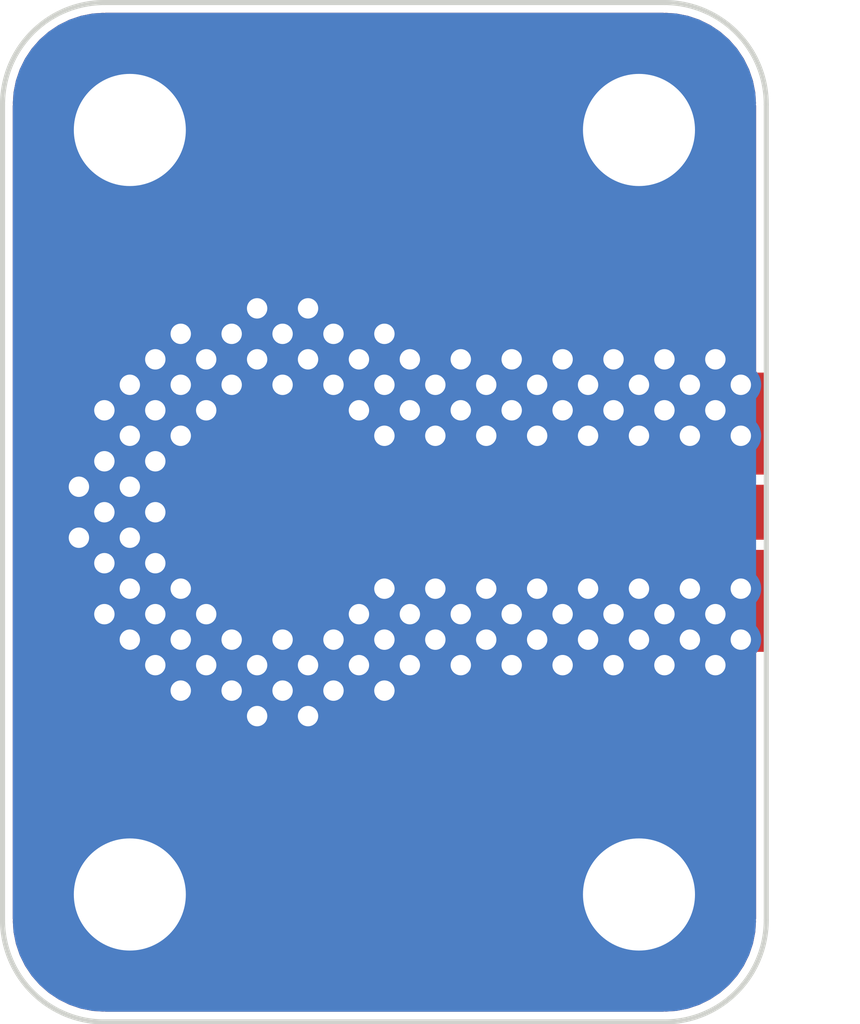
<source format=kicad_pcb>
(kicad_pcb (version 20211014) (generator pcbnew)
  (layers (0 "F.Cu" signal "Górna sygnałowa") (31 "B.Cu" signal "Dolna sygnałowa") (34 "B.Paste" user "Dolna pasty") (35 "F.Paste" user "Górna pasty") (36 "B.SilkS" user "Dolna opisowa") (37 "F.SilkS" user "Górna opisowa") (38 "B.Mask" user "Dolna sodermaski") (39 "F.Mask" user "Górna soldermaski") (44 "Edge.Cuts" user "Krawędziowa"))
  (net 0 "")
  (net 1 "GND")
  (net 2 "Net-(J1-Pad1)")
  (footprint "LOGO" (layer "F.Cu") (at 134.5 70)
    (fp_text reference "G***" hide)
    (fp_text value "LOGO" hide)
    (fp_poly (pts (xy 2.048983 -2.862565) (xy 2.066473 -2.853293) (xy 2.073503 -2.833912) (xy 2.07032 -2.80121) (xy 2.057169 -2.751973) (xy 2.034626 -2.683947) (xy 2.01496 -2.627892) (xy 1.997923 -2.58087) (xy 1.985257 -2.547578) (xy 1.978702 -2.532718) (xy 1.978505 -2.532477) (xy 1.985289 -2.523797) (xy 2.008581 -2.50653) (xy 2.043354 -2.484399) (xy 2.043685 -2.484201) (xy 2.119165 -2.431771) (xy 2.176569 -2.376829) (xy 2.214749 -2.321478) (xy 2.232557 -2.267818) (xy 2.228846 -2.217953) (xy 2.208983 -2.181421) (xy 2.185545 -2.152476) (xy 2.253433 -2.111581) (xy 2.301659 -2.080299) (xy 2.351482 -2.044572) (xy 2.377115 -2.02443) (xy 2.408385 -1.997212) (xy 2.424089 -1.977189) (xy 2.428248 -1.956338) (xy 2.425187 -1.928565) (xy 2.419157 -1.880859) (xy 2.415014 -1.832495) (xy 2.41486 -1.829732) (xy 2.408443 -1.792111) (xy 2.391939 -1.770923) (xy 2.385142 -1.766971) (xy 2.357212 -1.747165) (xy 2.333532 -1.723177) (xy 2.321457 -1.710233) (xy 2.306748 -1.701308) (xy 2.284526 -1.695373) (xy 2.249913 -1.691397) (xy 2.198027 -1.688349) (xy 2.160954 -1.686719) (xy 2.089353 -1.682397) (xy 2.035454 -1.676338) (xy 2.002094 -1.668915) (xy 1.994013 -1.664816) (xy 1.97958 -1.642616) (xy 1.968714 -1.608567) (xy 1.967661 -1.602805) (xy 1.958828 -1.5715) (xy 1.941324 -1.525814) (xy 1.918152 -1.47325) (xy 1.904454 -1.444873) (xy 1.883847 -1.40225) (xy 1.867793 -1.364482) (xy 1.854826 -1.326239) (xy 1.843479 -1.282194) (xy 1.832287 -1.227017) (xy 1.819782 -1.15538) (xy 1.812299 -1.11001) (xy 1.798626 -1.019596) (xy 1.785306 -0.919679) (xy 1.773533 -0.820026) (xy 1.764499 -0.730406) (xy 1.76154 -0.694532) (xy 1.744458 -0.515064) (xy 1.721201 -0.355936) (xy 1.69109 -0.213301) (xy 1.653933 -0.084775) (xy 1.619233 0.008557) (xy 1.579816 0.089949) (xy 1.531473 0.166239) (xy 1.469997 0.244263) (xy 1.411002 0.30989) (xy 1.293005 0.45041) (xy 1.192761 0.602053) (xy 1.117818 0.745544) (xy 1.084 0.813616) (xy 1.053544 0.864591) (xy 1.022177 0.904969) (xy 0.994341 0.933276) (xy 0.961129 0.962697) (xy 0.934053 0.983815) (xy 0.918831 0.99218) (xy 0.918623 0.992187) (xy 0.904288 1.000024) (xy 0.890448 1.024687) (xy 0.876613 1.067901) (xy 0.862291 1.131393) (xy 0.846992 1.21689) (xy 0.837379 1.277894) (xy 0.819656 1.389529) (xy 0.802573 1.484193) (xy 0.784372 1.569602) (xy 0.763293 1.653474) (xy 0.73758 1.743526) (xy 0.713093 1.823278) (xy 0.688507 1.906831) (xy 0.672034 1.978473) (xy 0.663316 2.044883) (xy 0.661994 2.112742) (xy 0.66771 2.188728) (xy 0.680105 2.279521) (xy 0.686483 2.319238) (xy 0.69835 2.393059) (xy 0.709432 2.465411) (xy 0.718727 2.52951) (xy 0.725234 2.578572) (xy 0.726791 2.59209) (xy 0.735591 2.646104) (xy 0.751763 2.69071) (xy 0.780132 2.738801) (xy 0.783636 2.744018) (xy 0.831881 2.815332) (xy 0.469318 2.815332) (xy 0.477699 2.775024) (xy 0.488079 2.739306) (xy 0.500592 2.711884) (xy 0.506425 2.695629) (xy 0.503571 2.673531) (xy 0.490624 2.639765) (xy 0.475343 2.607174) (xy 0.451334 2.552338) (xy 0.430892 2.49252) (xy 0.412691 2.422682) (xy 0.395405 2.337789) (xy 0.379083 2.241499) (xy 0.366988 2.178939) (xy 0.349142 2.103484) (xy 0.328158 2.025587) (xy 0.310901 1.968647) (xy 0.287294 1.893226) (xy 0.269065 1.828083) (xy 0.255108 1.767061) (xy 0.244317 1.704005) (xy 0.235586 1.632758) (xy 0.227809 1.547164) (xy 0.222374 1.475879) (xy 0.216044 1.352073) (xy 0.215081 1.233563) (xy 0.219371 1.126298) (xy 0.228798 1.036226) (xy 0.231216 1.021223) (xy 0.237981 0.982046) (xy 0.015676 0.988913) (xy -0.129306 0.990737) (xy -0.255443 0.986229) (xy -0.367999 0.974887) (xy -0.472238 0.956211) (xy -0.557689 0.934353) (xy -0.685469 0.887707) (xy -0.792681 0.827643) (xy -0.879852 0.753786) (xy -0.947511 0.665762) (xy -0.954834 0.653375) (xy -0.989073 0.593616) (xy -0.997796 0.628369) (xy -1.021635 0.697004) (xy -1.058531 0.772732) (xy -1.103164 0.845988) (xy -1.15021 0.90721) (xy -1.157197 0.914817) (xy -1.198007 0.959259) (xy -1.225381 0.994404) (xy -1.243579 1.028335) (xy -1.256861 1.069138) (xy -1.269487 1.124897) (xy -1.270518 1.129871) (xy -1.293507 1.21705) (xy -1.326122 1.296687) (xy -1.371331 1.373894) (xy -1.432103 1.45378) (xy -1.506771 1.536617) (xy -1.559468 1.592762) (xy -1.597345 1.635946) (xy -1.623502 1.670355) (xy -1.641038 1.70018) (xy -1.653054 1.729607) (xy -1.655689 1.737815) (xy -1.672332 1.812698) (xy -1.682085 1.90083) (xy -1.684292 1.991447) (xy -1.678293 2.073788) (xy -1.676833 2.083593) (xy -1.654051 2.222991) (xy -1.633883 2.339479) (xy -1.615933 2.434771) (xy -1.599807 2.51058) (xy -1.585107 2.568617) (xy -1.57144 2.610596) (xy -1.558409 2.638229) (xy -1.545619 2.653229) (xy -1.545208 2.65352) (xy -1.508603 2.683848) (xy -1.475565 2.719415) (xy -1.452866 2.752465) (xy -1.447567 2.765393) (xy -1.445942 2.77681) (xy -1.451113 2.784118) (xy -1.467339 2.788229) (xy -1.49888 2.790059) (xy -1.549996 2.790519) (xy -1.564791 2.790527) (xy -1.688589 2.790527) (xy -1.685736 2.756421) (xy -1.688232 2.734561) (xy -1.701468 2.709668) (xy -1.728559 2.676955) (xy -1.756387 2.6479) (xy -1.807773 2.588998) (xy -1.854539 2.519928) (xy -1.898456 2.437267) (xy -1.941295 2.337595) (xy -1.984828 2.21749) (xy -1.995077 2.186759) (xy -2.036859 2.052764) (xy -2.067198 1.936645) (xy -2.086033 1.834241) (xy -2.093306 1.741389) (xy -2.088956 1.653926) (xy -2.072923 1.567692) (xy -2.045147 1.478524) (xy -2.00557 1.38226) (xy -1.982813 1.333252) (xy -1.964427 1.293298) (xy -1.9525 1.260886) (xy -1.945675 1.228602) (xy -1.942596 1.189034) (xy -1.941908 1.13477) (xy -1.941986 1.110009) (xy -1.951474 0.97662) (xy -1.978574 0.827354) (xy -2.023006 0.663515) (xy -2.064759 0.539502) (xy -2.086515 0.474467) (xy -2.106941 0.404948) (xy -2.122854 0.342116) (xy -2.127819 0.318331) (xy -2.143056 0.250082) (xy -2.15958 0.198304) (xy -2.17632 0.164656) (xy -2.192203 0.150796) (xy -2.206159 0.158384) (xy -2.215592 0.182482) (xy -2.221318 0.20244) (xy -2.22659 0.204268) (xy -2.234888 0.18591) (xy -2.241815 0.166979) (xy -2.254893 0.10903) (xy -2.25968 0.037013) (xy -2.256407 -0.039843) (xy -2.245307 -0.112311) (xy -2.233759 -0.153388) (xy -2.177035 -0.276866) (xy -2.099053 -0.389555) (xy -2.001289 -0.490589) (xy -1.885217 -0.579102) (xy -1.752312 -0.654228) (xy -1.604051 -0.715103) (xy -1.441906 -0.760859) (xy -1.267355 -0.790632) (xy -1.128614 -0.801977) (xy -1.023257 -0.804422) (xy -0.922352 -0.80135) (xy -0.820002 -0.792107) (xy -0.710313 -0.77604) (xy -0.587388 -0.752495) (xy -0.490026 -0.731149) (xy -0.374692 -0.705301) (xy -0.27895 -0.685072) (xy -0.198382 -0.669854) (xy -0.128571 -0.65904) (xy -0.065096 -0.652022) (xy -0.003542 -0.64819) (xy 0.060511 -0.646938) (xy 0.118374 -0.647416) (xy 0.185716 -0.648207) (xy 0.238854 -0.647399) (xy 0.28483 -0.644126) (xy 0.330687 -0.637522) (xy 0.383469 -0.62672) (xy 0.450217 -0.610854) (xy 0.484403 -0.6024) (xy 0.570839 -0.581838) (xy 0.637639 -0.568673) (xy 0.688847 -0.562921) (xy 0.728509 -0.564594) (xy 0.760669 -0.57371) (xy 0.789372 -0.590281) (xy 0.806331 -0.603568) (xy 0.831601 -0.628095) (xy 0.853018 -0.657553) (xy 0.872123 -0.695704) (xy 0.890455 -0.746313) (xy 0.909556 -0.813145) (xy 0.930967 -0.899963) (xy 0.935367 -0.918787) (xy 0.956442 -1.00484) (xy 0.981837 -1.101405) (xy 1.008531 -1.197346) (xy 1.033499 -1.281527) (xy 1.036311 -1.29055) (xy 1.054945 -1.351285) (xy 1.069737 -1.403874) (xy 1.081647 -1.453504) (xy 1.091634 -1.505356) (xy 1.100657 -1.564617) (xy 1.109676 -1.636469) (xy 1.119649 -1.726098) (xy 1.123385 -1.761133) (xy 1.136703 -1.883715) (xy 1.148553 -1.984635) (xy 1.159505 -2.066951) (xy 1.170125 -2.133722) (xy 1.180981 -2.188007) (xy 1.192643 -2.232865) (xy 1.205677 -2.271354) (xy 1.220651 -2.306533) (xy 1.227185 -2.320107) (xy 1.252076 -2.367151) (xy 1.277417 -2.40575) (xy 1.307496 -2.440285) (xy 1.346599 -2.475138) (xy 1.399012 -2.51469) (xy 1.457275 -2.555308) (xy 1.516903 -2.598461) (xy 1.578903 -2.647263) (xy 1.634573 -2.694685) (xy 1.664539 -2.722722) (xy 1.702207 -2.757997) (xy 1.734668 -2.784568) (xy 1.757254 -2.798797) (xy 1.763758 -2.80005) (xy 1.780048 -2.782505) (xy 1.781983 -2.74652) (xy 1.769588 -2.693865) (xy 1.762002 -2.672184) (xy 1.748222 -2.63403) (xy 1.738903 -2.605695) (xy 1.736328 -2.595149) (xy 1.743925 -2.597447) (xy 1.764266 -2.614577) (xy 1.793674 -2.64278) (xy 1.828473 -2.678296) (xy 1.864988 -2.717367) (xy 1.899541 -2.756231) (xy 1.928456 -2.79113) (xy 1.930408 -2.793628) (xy 1.963047 -2.832927) (xy 1.987876 -2.855073) (xy 2.009995 -2.864092) (xy 2.020788 -2.864942)) (layer "F.Cu") (width 0) (fill solid))
  )
  (footprint "modular-rf-bench-footprints:edge-connector" (layer "F.Cu") (at 141.5 63.5)
    (fp_text reference "J2" hide)
    (fp_text value "EDGE CONN" hide)
    (pad "1" smd rect (at -1.5 0) (size 3 1.07801) (layers "F.Cu") (net 2 "Net-(J1-Pad1)"))
    (pad "2" smd rect (at -1.5 -1.739005) (size 3 2) (layers "F.Cu") (net 1 "GND"))
    (pad "2" smd rect (at -1.5 1.739005) (size 3 2) (layers "F.Cu") (net 1 "GND"))
  )
  (footprint "modular-rf-bench-footprints:M2-hole" (layer "F.Cu") (at 129 56)
    (fp_text reference "H3" hide)
    (fp_text value "M2" hide)
    (pad "1" thru_hole circle (at 0 0) (size 3.4 3.4) (drill 2.2) (layers *.Cu *.Mask) (net 1 "GND"))
  )
  (footprint "Connector_Coaxial:SMA_Amphenol_132134-10_Vertical" (layer "F.Cu") (at 132 63.5)
    (fp_text reference "J1" hide)
    (fp_text value "SMA" hide)
    (pad "1" smd circle (at 0 0 90) (size 1.73 1.73) (layers "F.Cu" "F.Paste" "F.Mask") (net 2 "Net-(J1-Pad1)"))
    (pad "2" smd custom (at 0 -2.8 180) (size 7.11 1.51) (layers "F.Cu" "F.Paste" "F.Mask") (net 1 "GND") (options (clearance outline) (anchor rect)) (primitives (gr_poly (pts (xy -1.5 -1.42) (xy -1.36 -1.28) (xy -1.205 -1.155) (xy -1.035 -1.045) (xy -0.86 -0.95) (xy -0.675 -0.875) (xy -0.48 -0.82) (xy -0.28 -0.78) (xy -0.085 -0.765) (xy 0 -0.765) (xy 0 0.755) (xy -3.555 0.755) (xy -3.555 -1.595) (xy -1.645 -1.595)) (width 0) (fill yes)) (gr_poly (pts (xy 3.555 0.755) (xy 0 0.755) (xy 0 -0.765) (xy 0.085 -0.765) (xy 0.28 -0.78) (xy 0.48 -0.82) (xy 0.675 -0.875) (xy 0.86 -0.95) (xy 1.035 -1.045) (xy 1.205 -1.155) (xy 1.36 -1.28) (xy 1.5 -1.42) (xy 1.645 -1.595) (xy 3.555 -1.595)) (width 0) (fill yes))))
    (pad "2" smd custom (at 0 2.8) (size 7.11 1.51) (layers "F.Cu" "F.Paste" "F.Mask") (net 1 "GND") (options (clearance outline) (anchor rect)) (primitives (gr_poly (pts (xy -1.5 -1.42) (xy -1.36 -1.28) (xy -1.205 -1.155) (xy -1.035 -1.045) (xy -0.86 -0.95) (xy -0.675 -0.875) (xy -0.48 -0.82) (xy -0.28 -0.78) (xy -0.085 -0.765) (xy 0 -0.765) (xy 0 0.755) (xy -3.555 0.755) (xy -3.555 -1.595) (xy -1.645 -1.595)) (width 0) (fill yes)) (gr_poly (pts (xy 3.555 0.755) (xy 0 0.755) (xy 0 -0.765) (xy 0.085 -0.765) (xy 0.28 -0.78) (xy 0.48 -0.82) (xy 0.675 -0.875) (xy 0.86 -0.95) (xy 1.035 -1.045) (xy 1.205 -1.155) (xy 1.36 -1.28) (xy 1.5 -1.42) (xy 1.645 -1.595) (xy 3.555 -1.595)) (width 0) (fill yes))))
  )
  (footprint "modular-rf-bench-footprints:M2-hole" (layer "F.Cu") (at 139 71)
    (fp_text reference "H4" hide)
    (fp_text value "M2" hide)
    (pad "1" thru_hole circle (at 0 0) (size 3.4 3.4) (drill 2.2) (layers *.Cu *.Mask) (net 1 "GND"))
  )
  (footprint "modular-rf-bench-footprints:M2-hole" (layer "F.Cu") (at 139 56)
    (fp_text reference "H2" hide)
    (fp_text value "M2" hide)
    (pad "1" thru_hole circle (at 0 0) (size 3.4 3.4) (drill 2.2) (layers *.Cu *.Mask) (net 1 "GND"))
  )
  (footprint "modular-rf-bench-footprints:M2-hole" (layer "F.Cu") (at 129 71)
    (fp_text reference "H1" hide)
    (fp_text value "M2" hide)
    (pad "1" thru_hole circle (at 0 0) (size 3.4 3.4) (drill 2.2) (layers *.Cu *.Mask) (net 1 "GND"))
  )
  (gr_arc (start 128.5 73.5) (mid 127.085786 72.914214) (end 126.5 71.5) (layer "Edge.Cuts") (width 0.1))
  (gr_line (start 139.5 73.5) (end 128.5 73.5) (layer "Edge.Cuts") (width 0.1))
  (gr_line (start 126.5 71.5) (end 126.5 55.5) (layer "Edge.Cuts") (width 0.1))
  (gr_line (start 141.5 55.5) (end 141.5 71.5) (layer "Edge.Cuts") (width 0.1))
  (gr_arc (start 141.5 71.5) (mid 140.914214 72.914214) (end 139.5 73.5) (layer "Edge.Cuts") (width 0.1))
  (gr_arc (start 126.5 55.5) (mid 127.085786 54.085786) (end 128.5 53.5) (layer "Edge.Cuts") (width 0.1))
  (gr_line (start 128.5 53.5) (end 139.5 53.5) (layer "Edge.Cuts") (width 0.1))
  (gr_arc (start 139.5 53.5) (mid 140.914214 54.085786) (end 141.5 55.5) (layer "Edge.Cuts") (width 0.1))
  (via (at 141 62) (size 0.8) (drill 0.4) (layers "F.Cu" "B.Cu") (net 1))
  (via (at 138.5 61.5) (size 0.8) (drill 0.4) (layers "F.Cu" "B.Cu") (net 1))
  (via (at 132.5 60.5) (size 0.8) (drill 0.4) (layers "F.Cu" "B.Cu") (net 1))
  (via (at 133 60) (size 0.8) (drill 0.4) (layers "F.Cu" "B.Cu") (net 1))
  (via (at 128.5 65.5) (size 0.8) (drill 0.4) (layers "F.Cu" "B.Cu") (net 1))
  (via (at 131 61) (size 0.8) (drill 0.4) (layers "F.Cu" "B.Cu") (net 1))
  (via (at 136.5 60.5) (size 0.8) (drill 0.4) (layers "F.Cu" "B.Cu") (net 1))
  (via (at 134.5 65.5) (size 0.8) (drill 0.4) (layers "F.Cu" "B.Cu") (net 1))
  (via (at 128.5 63.5) (size 0.8) (drill 0.4) (layers "F.Cu" "B.Cu") (net 1))
  (via (at 129.5 65.5) (size 0.8) (drill 0.4) (layers "F.Cu" "B.Cu") (net 1))
  (via (at 140 65) (size 0.8) (drill 0.4) (layers "F.Cu" "B.Cu") (net 1))
  (via (at 136.5 66.5) (size 0.8) (drill 0.4) (layers "F.Cu" "B.Cu") (net 1))
  (via (at 139 65) (size 0.8) (drill 0.4) (layers "F.Cu" "B.Cu") (net 1))
  (via (at 140 61) (size 0.8) (drill 0.4) (layers "F.Cu" "B.Cu") (net 1))
  (via (at 129 63) (size 0.8) (drill 0.4) (layers "F.Cu" "B.Cu") (net 1))
  (via (at 134 60) (size 0.8) (drill 0.4) (layers "F.Cu" "B.Cu") (net 1))
  (via (at 139.5 66.5) (size 0.8) (drill 0.4) (layers "F.Cu" "B.Cu") (net 1))
  (via (at 130 60) (size 0.8) (drill 0.4) (layers "F.Cu" "B.Cu") (net 1))
  (via (at 138.5 60.5) (size 0.8) (drill 0.4) (layers "F.Cu" "B.Cu") (net 1))
  (via (at 138.5 66.5) (size 0.8) (drill 0.4) (layers "F.Cu" "B.Cu") (net 1))
  (via (at 128.5 61.5) (size 0.8) (drill 0.4) (layers "F.Cu" "B.Cu") (net 1))
  (via (at 136 66) (size 0.8) (drill 0.4) (layers "F.Cu" "B.Cu") (net 1))
  (via (at 134 62) (size 0.8) (drill 0.4) (layers "F.Cu" "B.Cu") (net 1))
  (via (at 129.5 62.5) (size 0.8) (drill 0.4) (layers "F.Cu" "B.Cu") (net 1))
  (via (at 129 65) (size 0.8) (drill 0.4) (layers "F.Cu" "B.Cu") (net 1))
  (via (at 140.5 65.5) (size 0.8) (drill 0.4) (layers "F.Cu" "B.Cu") (net 1))
  (via (at 139 61) (size 0.8) (drill 0.4) (layers "F.Cu" "B.Cu") (net 1))
  (via (at 137 65) (size 0.8) (drill 0.4) (layers "F.Cu" "B.Cu") (net 1))
  (via (at 135 66) (size 0.8) (drill 0.4) (layers "F.Cu" "B.Cu") (net 1))
  (via (at 139.5 61.5) (size 0.8) (drill 0.4) (layers "F.Cu" "B.Cu") (net 1))
  (via (at 135.5 66.5) (size 0.8) (drill 0.4) (layers "F.Cu" "B.Cu") (net 1))
  (via (at 132.5 59.5) (size 0.8) (drill 0.4) (layers "F.Cu" "B.Cu") (net 1))
  (via (at 133.5 60.5) (size 0.8) (drill 0.4) (layers "F.Cu" "B.Cu") (net 1))
  (via (at 137 62) (size 0.8) (drill 0.4) (layers "F.Cu" "B.Cu") (net 1))
  (via (at 135 62) (size 0.8) (drill 0.4) (layers "F.Cu" "B.Cu") (net 1))
  (via (at 130.5 66.5) (size 0.8) (drill 0.4) (layers "F.Cu" "B.Cu") (net 1))
  (via (at 131 66) (size 0.8) (drill 0.4) (layers "F.Cu" "B.Cu") (net 1))
  (via (at 131.5 66.5) (size 0.8) (drill 0.4) (layers "F.Cu" "B.Cu") (net 1))
  (via (at 135.5 61.5) (size 0.8) (drill 0.4) (layers "F.Cu" "B.Cu") (net 1))
  (via (at 135.5 65.5) (size 0.8) (drill 0.4) (layers "F.Cu" "B.Cu") (net 1))
  (via (at 134 67) (size 0.8) (drill 0.4) (layers "F.Cu" "B.Cu") (net 1))
  (via (at 137 66) (size 0.8) (drill 0.4) (layers "F.Cu" "B.Cu") (net 1))
  (via (at 128 64) (size 0.8) (drill 0.4) (layers "F.Cu" "B.Cu") (net 1))
  (via (at 130.5 61.5) (size 0.8) (drill 0.4) (layers "F.Cu" "B.Cu") (net 1))
  (via (at 132 66) (size 0.8) (drill 0.4) (layers "F.Cu" "B.Cu") (net 1))
  (via (at 128.5 62.5) (size 0.8) (drill 0.4) (layers "F.Cu" "B.Cu") (net 1))
  (via (at 130.5 65.5) (size 0.8) (drill 0.4) (layers "F.Cu" "B.Cu") (net 1))
  (via (at 129.5 63.5) (size 0.8) (drill 0.4) (layers "F.Cu" "B.Cu") (net 1))
  (via (at 132 67) (size 0.8) (drill 0.4) (layers "F.Cu" "B.Cu") (net 1))
  (via (at 137.5 66.5) (size 0.8) (drill 0.4) (layers "F.Cu" "B.Cu") (net 1))
  (via (at 128.5 64.5) (size 0.8) (drill 0.4) (layers "F.Cu" "B.Cu") (net 1))
  (via (at 136 62) (size 0.8) (drill 0.4) (layers "F.Cu" "B.Cu") (net 1))
  (via (at 141 66) (size 0.8) (drill 0.4) (layers "F.Cu" "B.Cu") (net 1))
  (via (at 132 60) (size 0.8) (drill 0.4) (layers "F.Cu" "B.Cu") (net 1))
  (via (at 137.5 65.5) (size 0.8) (drill 0.4) (layers "F.Cu" "B.Cu") (net 1))
  (via (at 140 62) (size 0.8) (drill 0.4) (layers "F.Cu" "B.Cu") (net 1))
  (via (at 137 61) (size 0.8) (drill 0.4) (layers "F.Cu" "B.Cu") (net 1))
  (via (at 141 61) (size 0.8) (drill 0.4) (layers "F.Cu" "B.Cu") (net 1))
  (via (at 133.5 66.5) (size 0.8) (drill 0.4) (layers "F.Cu" "B.Cu") (net 1))
  (via (at 138 65) (size 0.8) (drill 0.4) (layers "F.Cu" "B.Cu") (net 1))
  (via (at 134.5 61.5) (size 0.8) (drill 0.4) (layers "F.Cu" "B.Cu") (net 1))
  (via (at 134 66) (size 0.8) (drill 0.4) (layers "F.Cu" "B.Cu") (net 1))
  (via (at 133 67) (size 0.8) (drill 0.4) (layers "F.Cu" "B.Cu") (net 1))
  (via (at 135 61) (size 0.8) (drill 0.4) (layers "F.Cu" "B.Cu") (net 1))
  (via (at 132.5 67.5) (size 0.8) (drill 0.4) (layers "F.Cu" "B.Cu") (net 1))
  (via (at 133.5 65.5) (size 0.8) (drill 0.4) (layers "F.Cu" "B.Cu") (net 1))
  (via (at 128 63) (size 0.8) (drill 0.4) (layers "F.Cu" "B.Cu") (net 1))
  (via (at 135.5 60.5) (size 0.8) (drill 0.4) (layers "F.Cu" "B.Cu") (net 1))
  (via (at 138 66) (size 0.8) (drill 0.4) (layers "F.Cu" "B.Cu") (net 1))
  (via (at 130 61) (size 0.8) (drill 0.4) (layers "F.Cu" "B.Cu") (net 1))
  (via (at 131.5 60.5) (size 0.8) (drill 0.4) (layers "F.Cu" "B.Cu") (net 1))
  (via (at 129.5 61.5) (size 0.8) (drill 0.4) (layers "F.Cu" "B.Cu") (net 1))
  (via (at 129 66) (size 0.8) (drill 0.4) (layers "F.Cu" "B.Cu") (net 1))
  (via (at 132.5 66.5) (size 0.8) (drill 0.4) (layers "F.Cu" "B.Cu") (net 1))
  (via (at 136.5 61.5) (size 0.8) (drill 0.4) (layers "F.Cu" "B.Cu") (net 1))
  (via (at 140 66) (size 0.8) (drill 0.4) (layers "F.Cu" "B.Cu") (net 1))
  (via (at 136 61) (size 0.8) (drill 0.4) (layers "F.Cu" "B.Cu") (net 1))
  (via (at 129.5 60.5) (size 0.8) (drill 0.4) (layers "F.Cu" "B.Cu") (net 1))
  (via (at 138.5 65.5) (size 0.8) (drill 0.4) (layers "F.Cu" "B.Cu") (net 1))
  (via (at 129 62) (size 0.8) (drill 0.4) (layers "F.Cu" "B.Cu") (net 1))
  (via (at 130 67) (size 0.8) (drill 0.4) (layers "F.Cu" "B.Cu") (net 1))
  (via (at 129.5 66.5) (size 0.8) (drill 0.4) (layers "F.Cu" "B.Cu") (net 1))
  (via (at 130 65) (size 0.8) (drill 0.4) (layers "F.Cu" "B.Cu") (net 1))
  (via (at 129 61) (size 0.8) (drill 0.4) (layers "F.Cu" "B.Cu") (net 1))
  (via (at 140.5 61.5) (size 0.8) (drill 0.4) (layers "F.Cu" "B.Cu") (net 1))
  (via (at 132 61) (size 0.8) (drill 0.4) (layers "F.Cu" "B.Cu") (net 1))
  (via (at 131 67) (size 0.8) (drill 0.4) (layers "F.Cu" "B.Cu") (net 1))
  (via (at 130 66) (size 0.8) (drill 0.4) (layers "F.Cu" "B.Cu") (net 1))
  (via (at 133.5 61.5) (size 0.8) (drill 0.4) (layers "F.Cu" "B.Cu") (net 1))
  (via (at 139 66) (size 0.8) (drill 0.4) (layers "F.Cu" "B.Cu") (net 1))
  (via (at 135 65) (size 0.8) (drill 0.4) (layers "F.Cu" "B.Cu") (net 1))
  (via (at 139.5 60.5) (size 0.8) (drill 0.4) (layers "F.Cu" "B.Cu") (net 1))
  (via (at 131.5 59.5) (size 0.8) (drill 0.4) (layers "F.Cu" "B.Cu") (net 1))
  (via (at 137.5 60.5) (size 0.8) (drill 0.4) (layers "F.Cu" "B.Cu") (net 1))
  (via (at 134 65) (size 0.8) (drill 0.4) (layers "F.Cu" "B.Cu") (net 1))
  (via (at 130.5 60.5) (size 0.8) (drill 0.4) (layers "F.Cu" "B.Cu") (net 1))
  (via (at 134.5 66.5) (size 0.8) (drill 0.4) (layers "F.Cu" "B.Cu") (net 1))
  (via (at 140.5 60.5) (size 0.8) (drill 0.4) (layers "F.Cu" "B.Cu") (net 1))
  (via (at 134 61) (size 0.8) (drill 0.4) (layers "F.Cu" "B.Cu") (net 1))
  (via (at 131 60) (size 0.8) (drill 0.4) (layers "F.Cu" "B.Cu") (net 1))
  (via (at 134.5 60.5) (size 0.8) (drill 0.4) (layers "F.Cu" "B.Cu") (net 1))
  (via (at 137.5 61.5) (size 0.8) (drill 0.4) (layers "F.Cu" "B.Cu") (net 1))
  (via (at 133 61) (size 0.8) (drill 0.4) (layers "F.Cu" "B.Cu") (net 1))
  (via (at 138 61) (size 0.8) (drill 0.4) (layers "F.Cu" "B.Cu") (net 1))
  (via (at 139.5 65.5) (size 0.8) (drill 0.4) (layers "F.Cu" "B.Cu") (net 1))
  (via (at 129.5 64.5) (size 0.8) (drill 0.4) (layers "F.Cu" "B.Cu") (net 1))
  (via (at 138 62) (size 0.8) (drill 0.4) (layers "F.Cu" "B.Cu") (net 1))
  (via (at 141 65) (size 0.8) (drill 0.4) (layers "F.Cu" "B.Cu") (net 1))
  (via (at 131.5 67.5) (size 0.8) (drill 0.4) (layers "F.Cu" "B.Cu") (net 1))
  (via (at 133 66) (size 0.8) (drill 0.4) (layers "F.Cu" "B.Cu") (net 1))
  (via (at 136 65) (size 0.8) (drill 0.4) (layers "F.Cu" "B.Cu") (net 1))
  (via (at 140.5 66.5) (size 0.8) (drill 0.4) (layers "F.Cu" "B.Cu") (net 1))
  (via (at 130 62) (size 0.8) (drill 0.4) (layers "F.Cu" "B.Cu") (net 1))
  (via (at 139 62) (size 0.8) (drill 0.4) (layers "F.Cu" "B.Cu") (net 1))
  (via (at 136.5 65.5) (size 0.8) (drill 0.4) (layers "F.Cu" "B.Cu") (net 1))
  (via (at 129 64) (size 0.8) (drill 0.4) (layers "F.Cu" "B.Cu") (net 1))
  (segment (start 140 63.5) (end 132 63.5) (width 1.07801) (layer "F.Cu") (net 2))
  (zone (net 1) (net_name "GND") (layers F&B.Cu) (name "GND") (connect_pads yes (clearance 0.2)) (min_thickness 0.2) (fill yes (thermal_gap 0.508) (thermal_bridge_width 0.508))
    (polygon (pts (xy 141.5 73.5) (xy 126.5 73.5) (xy 126.5 53.5) (xy 141.5 53.5)))
  )
)
</source>
